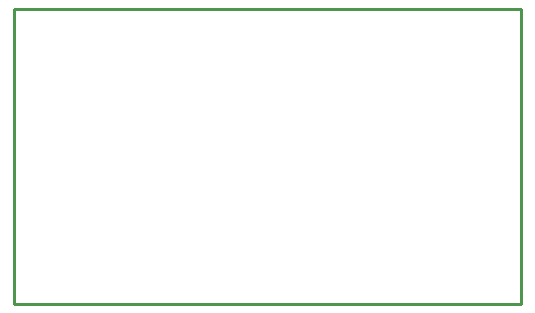
<source format=gko>
G04 Layer: BoardOutlineLayer*
G04 EasyEDA v6.5.34, 2023-11-29 11:21:28*
G04 ccee1c66621a4ec499711ebfef85393d,bee4cb2541bd470ea98a159692ad20ec,10*
G04 Gerber Generator version 0.2*
G04 Scale: 100 percent, Rotated: No, Reflected: No *
G04 Dimensions in millimeters *
G04 leading zeros omitted , absolute positions ,4 integer and 5 decimal *
%FSLAX45Y45*%
%MOMM*%

%ADD10C,0.2540*%
D10*
X762000Y6769100D02*
G01*
X762000Y6883400D01*
X5054600Y6883400D01*
X5054600Y5439663D01*
X5054600Y4381500D01*
X762000Y4381500D01*
X762000Y6769100D01*

%LPD*%
M02*

</source>
